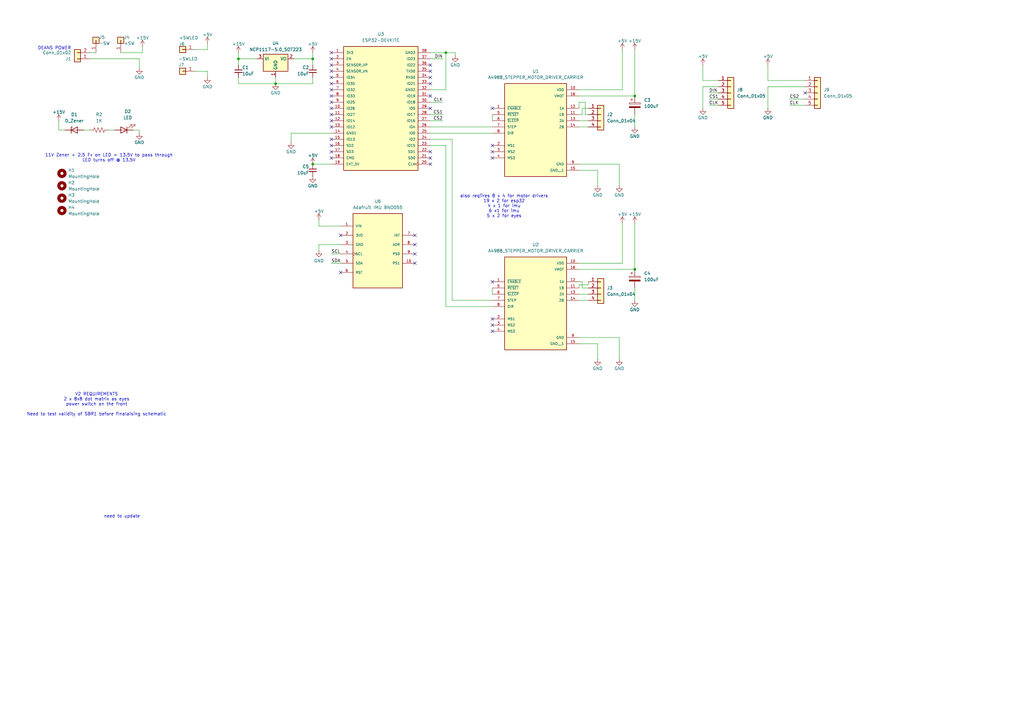
<source format=kicad_sch>
(kicad_sch (version 20231120) (generator "eeschema") (generator_version "8.0")
  (paper "A3")
  (lib_symbols
    (symbol "A4988_STEPPER_MOTOR_DRIVER_CARRIER:A4988_STEPPER_MOTOR_DRIVER_CARRIER" (pin_names (offset 1.016))
      (property "Reference" "U" (at -12.7 19.05 0))
      (property "Value" "A4988_STEPPER_MOTOR_DRIVER_CARRIER" (at -12.7 -24.13 0))
      (symbol "A4988_STEPPER_MOTOR_DRIVER_CARRIER_0_0"
        (rectangle (start -12.7 -20.32) (end 12.7 17.78) (stroke (width 0.254)) (fill (type background)))
        (pin input line (at -17.78 7.62 0) (length 5.08) (name "~{ENABLE}") (number "1"))
        (pin power_in line (at 17.78 15.24 180) (length 5.08) (name "VDD") (number "10"))
        (pin output line (at 17.78 5.08 180) (length 5.08) (name "1B") (number "11"))
        (pin output line (at 17.78 7.62 180) (length 5.08) (name "1A") (number "12"))
        (pin output line (at 17.78 2.54 180) (length 5.08) (name "2A") (number "13"))
        (pin output line (at 17.78 0 180) (length 5.08) (name "2B") (number "14"))
        (pin power_in line (at 17.78 -17.78 180) (length 5.08) (name "GND__1") (number "15"))
        (pin power_in line (at 17.78 12.7 180) (length 5.08) (name "VMOT") (number "16"))
        (pin input line (at -17.78 -7.62 0) (length 5.08) (name "MS1") (number "2"))
        (pin input line (at -17.78 -10.16 0) (length 5.08) (name "MS2") (number "3"))
        (pin input line (at -17.78 -12.7 0) (length 5.08) (name "MS3") (number "4"))
        (pin input line (at -17.78 5.08 0) (length 5.08) (name "~{RESET}") (number "5"))
        (pin input line (at -17.78 2.54 0) (length 5.08) (name "~{SLEEP}") (number "6"))
        (pin input line (at -17.78 0 0) (length 5.08) (name "STEP") (number "7"))
        (pin input line (at -17.78 -2.54 0) (length 5.08) (name "DIR") (number "8"))
        (pin power_in line (at 17.78 -15.24 180) (length 5.08) (name "GND") (number "9"))
      )
    )
    (symbol "Adafruit IMU BNO055:Adafruit IMU BNO055" (pin_names (offset 1.016))
      (property "Reference" "U" (at -10.16 14.732 0))
      (property "Value" "Adafruit IMU BNO055" (at -10.16 -19.05 0))
      (symbol "Adafruit IMU BNO055_0_0"
        (rectangle (start -10.16 13.97) (end 10.16 -16.51) (stroke (width 0.254)) (fill (type background)))
      )
      (symbol "Adafruit IMU BNO055_1_0"
        (pin input line (at -15.24 8.89 0) (length 5.08) (name "VIN") (number "1"))
        (pin bidirectional line (at 15.24 -6.35 180) (length 5.08) (name "PS1") (number "10"))
        (pin output line (at -15.24 5.08 0) (length 5.08) (name "3VO") (number "2"))
        (pin power_in line (at -15.24 1.27 0) (length 5.08) (name "GND") (number "3"))
        (pin bidirectional clock (at -15.24 -2.54 0) (length 5.08) (name "SCL") (number "4"))
        (pin bidirectional line (at -15.24 -6.35 0) (length 5.08) (name "SDA") (number "5"))
        (pin input line (at -15.24 -10.16 0) (length 5.08) (name "RST") (number "6"))
        (pin output line (at 15.24 5.08 180) (length 5.08) (name "INT") (number "7"))
        (pin bidirectional line (at 15.24 1.27 180) (length 5.08) (name "ADR") (number "8"))
        (pin output line (at 15.24 -2.54 180) (length 5.08) (name "PS0") (number "9"))
      )
    )
    (symbol "Connector_Generic:Conn_01x02" (pin_names (offset 1.016) hide)
      (property "Reference" "J" (at 0 2.54 0))
      (property "Value" "Conn_01x02" (at 0 -5.08 0))
      (symbol "Conn_01x02_1_1"
        (rectangle (start -1.27 -2.413) (end 0 -2.667) (stroke (width 0.1524)))
        (rectangle (start -1.27 0.127) (end 0 -0.127) (stroke (width 0.1524)))
        (rectangle (start -1.27 1.27) (end 1.27 -3.81) (stroke (width 0.254)) (fill (type background)))
        (pin passive line (at -5.08 0 0) (length 3.81) (name "Pin_1") (number "1"))
        (pin passive line (at -5.08 -2.54 0) (length 3.81) (name "Pin_2") (number "2"))
      )
    )
    (symbol "Connector_Generic:Conn_01x04" (pin_names (offset 1.016) hide)
      (property "Reference" "J" (at 0 5.08 0))
      (property "Value" "Conn_01x04" (at 0 -7.62 0))
      (symbol "Conn_01x04_1_1"
        (rectangle (start -1.27 -4.953) (end 0 -5.207) (stroke (width 0.1524)))
        (rectangle (start -1.27 -2.413) (end 0 -2.667) (stroke (width 0.1524)))
        (rectangle (start -1.27 0.127) (end 0 -0.127) (stroke (width 0.1524)))
        (rectangle (start -1.27 2.667) (end 0 2.413) (stroke (width 0.1524)))
        (rectangle (start -1.27 3.81) (end 1.27 -6.35) (stroke (width 0.254)) (fill (type background)))
        (pin passive line (at -5.08 2.54 0) (length 3.81) (name "Pin_1") (number "1"))
        (pin passive line (at -5.08 0 0) (length 3.81) (name "Pin_2") (number "2"))
        (pin passive line (at -5.08 -2.54 0) (length 3.81) (name "Pin_3") (number "3"))
        (pin passive line (at -5.08 -5.08 0) (length 3.81) (name "Pin_4") (number "4"))
      )
    )
    (symbol "Connector_Generic:Conn_01x05" (pin_names (offset 1.016) hide)
      (property "Reference" "J" (at 0 7.62 0))
      (property "Value" "Conn_01x05" (at 0 -7.62 0))
      (symbol "Conn_01x05_1_1"
        (rectangle (start -1.27 -4.953) (end 0 -5.207) (stroke (width 0.1524)))
        (rectangle (start -1.27 -2.413) (end 0 -2.667) (stroke (width 0.1524)))
        (rectangle (start -1.27 0.127) (end 0 -0.127) (stroke (width 0.1524)))
        (rectangle (start -1.27 2.667) (end 0 2.413) (stroke (width 0.1524)))
        (rectangle (start -1.27 5.207) (end 0 4.953) (stroke (width 0.1524)))
        (rectangle (start -1.27 6.35) (end 1.27 -6.35) (stroke (width 0.254)) (fill (type background)))
        (pin passive line (at -5.08 5.08 0) (length 3.81) (name "Pin_1") (number "1"))
        (pin passive line (at -5.08 2.54 0) (length 3.81) (name "Pin_2") (number "2"))
        (pin passive line (at -5.08 0 0) (length 3.81) (name "Pin_3") (number "3"))
        (pin passive line (at -5.08 -2.54 0) (length 3.81) (name "Pin_4") (number "4"))
        (pin passive line (at -5.08 -5.08 0) (length 3.81) (name "Pin_5") (number "5"))
      )
    )
    (symbol "Device:C_Polarized" (pin_numbers hide) (pin_names (offset 0.254))
      (property "Reference" "C" (at 0.635 2.54 0))
      (property "Value" "C_Polarized" (at 0.635 -2.54 0))
      (symbol "C_Polarized_0_1"
        (rectangle (start -2.286 0.508) (end 2.286 1.016))
        (polyline (pts (xy -1.778 2.286) (xy -0.762 2.286)))
        (polyline (pts (xy -1.27 2.794) (xy -1.27 1.778)))
        (rectangle (start 2.286 -0.508) (end -2.286 -1.016) (fill (type outline)))
      )
      (symbol "C_Polarized_1_1"
        (pin passive line (at 0 3.81 270) (length 2.794) (name "~") (number "1"))
        (pin passive line (at 0 -3.81 90) (length 2.794) (name "~") (number "2"))
      )
    )
    (symbol "Device:C_Small" (pin_numbers hide) (pin_names (offset 0.254) hide)
      (property "Reference" "C" (at 0.254 1.778 0))
      (property "Value" "C_Small" (at 0.254 -2.032 0))
      (symbol "C_Small_0_1"
        (polyline (pts (xy -1.524 -0.508) (xy 1.524 -0.508)) (stroke (width 0.3302)))
        (polyline (pts (xy -1.524 0.508) (xy 1.524 0.508)) (stroke (width 0.3048)))
      )
      (symbol "C_Small_1_1"
        (pin passive line (at 0 2.54 270) (length 2.032) (name "~") (number "1"))
        (pin passive line (at 0 -2.54 90) (length 2.032) (name "~") (number "2"))
      )
    )
    (symbol "Device:D_Zener" (pin_numbers hide) (pin_names (offset 1.016) hide)
      (property "Reference" "D" (at 0 2.54 0))
      (property "Value" "D_Zener" (at 0 -2.54 0))
      (symbol "D_Zener_0_1"
        (polyline (pts (xy 1.27 0) (xy -1.27 0)))
        (polyline (pts (xy -1.27 -1.27) (xy -1.27 1.27) (xy -0.762 1.27)) (stroke (width 0.254)))
        (polyline (pts (xy 1.27 -1.27) (xy 1.27 1.27) (xy -1.27 0) (xy 1.27 -1.27)) (stroke (width 0.254)))
      )
      (symbol "D_Zener_1_1"
        (pin passive line (at -3.81 0 0) (length 2.54) (name "K") (number "1"))
        (pin passive line (at 3.81 0 180) (length 2.54) (name "A") (number "2"))
      )
    )
    (symbol "Device:LED" (pin_numbers hide) (pin_names (offset 1.016) hide)
      (property "Reference" "D" (at 0 2.54 0))
      (property "Value" "LED" (at 0 -2.54 0))
      (symbol "LED_0_1"
        (polyline (pts (xy -1.27 -1.27) (xy -1.27 1.27)) (stroke (width 0.254)))
        (polyline (pts (xy -1.27 0) (xy 1.27 0)))
        (polyline (pts (xy 1.27 -1.27) (xy 1.27 1.27) (xy -1.27 0) (xy 1.27 -1.27)) (stroke (width 0.254)))
        (polyline (pts (xy -3.048 -0.762) (xy -4.572 -2.286) (xy -3.81 -2.286) (xy -4.572 -2.286) (xy -4.572 -1.524)))
        (polyline (pts (xy -1.778 -0.762) (xy -3.302 -2.286) (xy -2.54 -2.286) (xy -3.302 -2.286) (xy -3.302 -1.524)))
      )
      (symbol "LED_1_1"
        (pin passive line (at -3.81 0 0) (length 2.54) (name "K") (number "1"))
        (pin passive line (at 3.81 0 180) (length 2.54) (name "A") (number "2"))
      )
    )
    (symbol "Device:R_US" (pin_numbers hide) (pin_names (offset 0))
      (property "Reference" "R" (at 2.54 0 90))
      (property "Value" "R_US" (at -2.54 0 90))
      (symbol "R_US_0_1"
        (polyline (pts (xy 0 -2.286) (xy 0 -2.54)))
        (polyline (pts (xy 0 2.286) (xy 0 2.54)))
        (polyline (pts (xy 0 -0.762) (xy 1.016 -1.143) (xy 0 -1.524) (xy -1.016 -1.905) (xy 0 -2.286)))
        (polyline (pts (xy 0 0.762) (xy 1.016 0.381) (xy 0 0) (xy -1.016 -0.381) (xy 0 -0.762)))
        (polyline (pts (xy 0 2.286) (xy 1.016 1.905) (xy 0 1.524) (xy -1.016 1.143) (xy 0 0.762)))
      )
      (symbol "R_US_1_1"
        (pin passive line (at 0 3.81 270) (length 1.27) (name "~") (number "1"))
        (pin passive line (at 0 -3.81 90) (length 1.27) (name "~") (number "2"))
      )
    )
    (symbol "ESP32-DEVKITC:ESP32-DEVKITC" (pin_names (offset 1.016))
      (property "Reference" "U" (at -15.2572 26.0643 0))
      (property "Value" "ESP32-DEVKITC" (at -15.2563 -27.9698 0))
      (symbol "ESP32-DEVKITC_0_0"
        (rectangle (start -15.24 -25.4) (end 15.24 25.4) (stroke (width 0.254)) (fill (type background)))
        (pin power_in line (at -20.32 22.86 0) (length 5.08) (name "3V3") (number "1"))
        (pin bidirectional line (at -20.32 0 0) (length 5.08) (name "IO26") (number "10"))
        (pin bidirectional line (at -20.32 -2.54 0) (length 5.08) (name "IO27") (number "11"))
        (pin bidirectional line (at -20.32 -5.08 0) (length 5.08) (name "IO14") (number "12"))
        (pin bidirectional line (at -20.32 -7.62 0) (length 5.08) (name "IO12") (number "13"))
        (pin power_in line (at -20.32 -10.16 0) (length 5.08) (name "GND1") (number "14"))
        (pin bidirectional line (at -20.32 -12.7 0) (length 5.08) (name "IO13") (number "15"))
        (pin bidirectional line (at -20.32 -15.24 0) (length 5.08) (name "SD2") (number "16"))
        (pin bidirectional line (at -20.32 -17.78 0) (length 5.08) (name "SD3") (number "17"))
        (pin bidirectional line (at -20.32 -20.32 0) (length 5.08) (name "CMD") (number "18"))
        (pin power_in line (at -20.32 -22.86 0) (length 5.08) (name "EXT_5V") (number "19"))
        (pin input line (at -20.32 20.32 0) (length 5.08) (name "EN") (number "2"))
        (pin input clock (at 20.32 -22.86 180) (length 5.08) (name "CLK") (number "20"))
        (pin bidirectional line (at 20.32 -20.32 180) (length 5.08) (name "SD0") (number "21"))
        (pin bidirectional line (at 20.32 -17.78 180) (length 5.08) (name "SD1") (number "22"))
        (pin bidirectional line (at 20.32 -15.24 180) (length 5.08) (name "IO15") (number "23"))
        (pin bidirectional line (at 20.32 -12.7 180) (length 5.08) (name "IO2") (number "24"))
        (pin bidirectional line (at 20.32 -10.16 180) (length 5.08) (name "IO0") (number "25"))
        (pin bidirectional line (at 20.32 -7.62 180) (length 5.08) (name "IO4") (number "26"))
        (pin bidirectional line (at 20.32 -5.08 180) (length 5.08) (name "IO16") (number "27"))
        (pin bidirectional line (at 20.32 -2.54 180) (length 5.08) (name "IO17") (number "28"))
        (pin bidirectional line (at 20.32 0 180) (length 5.08) (name "IO5") (number "29"))
        (pin input line (at -20.32 17.78 0) (length 5.08) (name "SENSOR_VP") (number "3"))
        (pin bidirectional line (at 20.32 2.54 180) (length 5.08) (name "IO18") (number "30"))
        (pin bidirectional line (at 20.32 5.08 180) (length 5.08) (name "IO19") (number "31"))
        (pin power_in line (at 20.32 7.62 180) (length 5.08) (name "GND2") (number "32"))
        (pin bidirectional line (at 20.32 10.16 180) (length 5.08) (name "IO21") (number "33"))
        (pin input line (at 20.32 12.7 180) (length 5.08) (name "RXD0") (number "34"))
        (pin output line (at 20.32 15.24 180) (length 5.08) (name "TXD0") (number "35"))
        (pin bidirectional line (at 20.32 17.78 180) (length 5.08) (name "IO22") (number "36"))
        (pin bidirectional line (at 20.32 20.32 180) (length 5.08) (name "IO23") (number "37"))
        (pin power_in line (at 20.32 22.86 180) (length 5.08) (name "GND3") (number "38"))
        (pin input line (at -20.32 15.24 0) (length 5.08) (name "SENSOR_VN") (number "4"))
        (pin bidirectional line (at -20.32 12.7 0) (length 5.08) (name "IO34") (number "5"))
        (pin bidirectional line (at -20.32 10.16 0) (length 5.08) (name "IO35") (number "6"))
        (pin bidirectional line (at -20.32 7.62 0) (length 5.08) (name "IO32") (number "7"))
        (pin bidirectional line (at -20.32 5.08 0) (length 5.08) (name "IO33") (number "8"))
        (pin bidirectional line (at -20.32 2.54 0) (length 5.08) (name "IO25") (number "9"))
      )
    )
    (symbol "Mechanical:MountingHole" (pin_names (offset 1.016)) (exclude_from_sim yes) (in_bom no)
      (property "Reference" "H" (at 0 5.08 0))
      (property "Value" "MountingHole" (at 0 3.175 0))
      (symbol "MountingHole_0_1"
        (circle (center 0 0) (radius 1.27) (stroke (width 1.27)))
      )
    )
    (symbol "Regulator_Linear:NCP1117-5.0_SOT223"
      (property "Reference" "U" (at -3.81 3.175 0))
      (property "Value" "NCP1117-5.0_SOT223" (at 0 3.175 0))
      (symbol "NCP1117-5.0_SOT223_0_1"
        (rectangle (start -5.08 -5.08) (end 5.08 1.905) (stroke (width 0.254)) (fill (type background)))
      )
      (symbol "NCP1117-5.0_SOT223_1_1"
        (pin power_in line (at 0 -7.62 90) (length 2.54) (name "GND") (number "1"))
        (pin power_out line (at 7.62 0 180) (length 2.54) (name "VO") (number "2"))
        (pin power_in line (at -7.62 0 0) (length 2.54) (name "VI") (number "3"))
      )
    )
    (symbol "SparkFun-Connector:Conn_01x01" (pin_names (offset 1.016) hide)
      (property "Reference" "J" (at 0 2.54 0))
      (property "Value" "Conn_01x01" (at 0 -2.54 0))
      (symbol "Conn_01x01_1_1"
        (rectangle (start -1.27 0.127) (end 0 -0.127) (stroke (width 0.1524)))
        (rectangle (start -1.27 1.27) (end 1.27 -1.27) (stroke (width 0.254)) (fill (type background)))
        (pin passive line (at -5.08 0 0) (length 3.81) (name "Pin_1") (number "1"))
      )
    )
    (symbol "power:+15V" (power) (pin_numbers hide) (pin_names (offset 0) hide)
      (property "Value" "+15V" (at 0 3.556 0))
      (symbol "+15V_0_1"
        (polyline (pts (xy -0.762 1.27) (xy 0 2.54)))
        (polyline (pts (xy 0 0) (xy 0 2.54)))
        (polyline (pts (xy 0 2.54) (xy 0.762 1.27)))
      )
      (symbol "+15V_1_1"
        (pin power_in line (at 0 0 90) (length 0) (name "~") (number "1"))
      )
    )
    (symbol "power:+5V" (power) (pin_numbers hide) (pin_names (offset 0) hide)
      (property "Value" "+5V" (at 0 3.556 0))
      (symbol "+5V_0_1"
        (polyline (pts (xy -0.762 1.27) (xy 0 2.54)))
        (polyline (pts (xy 0 0) (xy 0 2.54)))
        (polyline (pts (xy 0 2.54) (xy 0.762 1.27)))
      )
      (symbol "+5V_1_1"
        (pin power_in line (at 0 0 90) (length 0) (name "~") (number "1"))
      )
    )
    (symbol "power:GND" (power) (pin_numbers hide) (pin_names (offset 0) hide)
      (property "Value" "GND" (at 0 -3.81 0))
      (symbol "GND_0_1"
        (polyline (pts (xy 0 0) (xy 0 -1.27) (xy 1.27 -1.27) (xy 0 -2.54) (xy -1.27 -1.27) (xy 0 -1.27)))
      )
      (symbol "GND_1_1"
        (pin power_in line (at 0 0 270) (length 0) (name "~") (number "1"))
      )
    )
  )
  (junction (at 260.35 110.49))
  (junction (at 97.79 24.13))
  (junction (at 128.27 67.31))
  (junction (at 113.03 34.29))
  (junction (at 182.88 21.59))
  (junction (at 128.27 24.13))
  (junction (at 260.35 39.37))
  (no_connect (at 135.89 52.07))
  (no_connect (at 135.89 44.45))
  (no_connect (at 330.2 38.1))
  (no_connect (at 135.89 62.23))
  (no_connect (at 135.89 49.53))
  (no_connect (at 135.89 21.59))
  (no_connect (at 176.53 39.37))
  (no_connect (at 201.93 133.35))
  (no_connect (at 170.18 100.33))
  (no_connect (at 176.53 29.21))
  (no_connect (at 176.53 67.31))
  (no_connect (at 135.89 24.13))
  (no_connect (at 135.89 29.21))
  (no_connect (at 135.89 59.69))
  (no_connect (at 176.53 62.23))
  (no_connect (at 135.89 64.77))
  (no_connect (at 170.18 104.14))
  (no_connect (at 135.89 34.29))
  (no_connect (at 135.89 46.99))
  (no_connect (at 176.53 44.45))
  (no_connect (at 201.93 44.45))
  (no_connect (at 176.53 26.67))
  (no_connect (at 176.53 64.77))
  (no_connect (at 135.89 41.91))
  (no_connect (at 139.7 111.76))
  (no_connect (at 201.93 115.57))
  (no_connect (at 135.89 36.83))
  (no_connect (at 139.7 96.52))
  (no_connect (at 135.89 39.37))
  (no_connect (at 135.89 57.15))
  (no_connect (at 201.93 130.81))
  (no_connect (at 170.18 96.52))
  (no_connect (at 135.89 31.75))
  (no_connect (at 201.93 62.23))
  (no_connect (at 176.53 31.75))
  (no_connect (at 135.89 26.67))
  (no_connect (at 176.53 34.29))
  (no_connect (at 201.93 64.77))
  (no_connect (at 201.93 135.89))
  (no_connect (at 170.18 107.95))
  (no_connect (at 201.93 59.69))
  (wire (pts (xy 182.88 125.73) (xy 201.93 125.73)))
  (wire (pts (xy 237.49 118.11) (xy 237.49 116.84)))
  (wire (pts (xy 241.3 116.84) (xy 241.3 115.57)))
  (wire (pts (xy 97.79 34.29) (xy 113.03 34.29)))
  (wire (pts (xy 85.09 29.21) (xy 85.09 31.75)))
  (wire (pts (xy 80.01 29.21) (xy 85.09 29.21)))
  (wire (pts (xy 176.53 52.07) (xy 201.93 52.07)))
  (wire (pts (xy 36.83 24.13) (xy 57.15 24.13)))
  (wire (pts (xy 237.49 110.49) (xy 260.35 110.49)))
  (wire (pts (xy 238.76 44.45) (xy 238.76 46.99)))
  (wire (pts (xy 245.11 69.85) (xy 245.11 76.2)))
  (wire (pts (xy 181.61 46.99) (xy 176.53 46.99)))
  (wire (pts (xy 290.83 40.64) (xy 294.64 40.64)))
  (wire (pts (xy 181.61 24.13) (xy 176.53 24.13)))
  (wire (pts (xy 182.88 21.59) (xy 186.69 21.59)))
  (wire (pts (xy 237.49 39.37) (xy 260.35 39.37)))
  (wire (pts (xy 238.76 46.99) (xy 237.49 46.99)))
  (wire (pts (xy 237.49 41.91) (xy 240.03 41.91)))
  (wire (pts (xy 181.61 41.91) (xy 176.53 41.91)))
  (wire (pts (xy 237.49 140.97) (xy 245.11 140.97)))
  (wire (pts (xy 201.93 118.11) (xy 201.93 120.65)))
  (wire (pts (xy 186.69 21.59) (xy 186.69 22.86)))
  (wire (pts (xy 255.27 107.95) (xy 255.27 91.44)))
  (wire (pts (xy 130.81 100.33) (xy 130.81 102.87)))
  (wire (pts (xy 176.53 21.59) (xy 182.88 21.59)))
  (wire (pts (xy 176.53 36.83) (xy 182.88 36.83)))
  (wire (pts (xy 255.27 36.83) (xy 255.27 20.32)))
  (wire (pts (xy 135.89 104.14) (xy 139.7 104.14)))
  (wire (pts (xy 237.49 44.45) (xy 237.49 41.91)))
  (wire (pts (xy 245.11 140.97) (xy 245.11 147.32)))
  (wire (pts (xy 237.49 116.84) (xy 241.3 116.84)))
  (wire (pts (xy 241.3 118.11) (xy 238.76 118.11)))
  (wire (pts (xy 24.13 49.53) (xy 24.13 53.34)))
  (wire (pts (xy 241.3 44.45) (xy 238.76 44.45)))
  (wire (pts (xy 57.15 53.34) (xy 57.15 54.61)))
  (wire (pts (xy 294.64 33.02) (xy 288.29 33.02)))
  (wire (pts (xy 185.42 57.15) (xy 185.42 123.19)))
  (wire (pts (xy 113.03 34.29) (xy 128.27 34.29)))
  (wire (pts (xy 113.03 34.29) (xy 113.03 31.75)))
  (wire (pts (xy 237.49 107.95) (xy 255.27 107.95)))
  (wire (pts (xy 130.81 90.17) (xy 130.81 92.71)))
  (wire (pts (xy 201.93 46.99) (xy 201.93 49.53)))
  (wire (pts (xy 290.83 43.18) (xy 294.64 43.18)))
  (wire (pts (xy 288.29 35.56) (xy 288.29 44.45)))
  (wire (pts (xy 135.89 54.61) (xy 119.38 54.61)))
  (wire (pts (xy 24.13 53.34) (xy 26.67 53.34)))
  (wire (pts (xy 119.38 54.61) (xy 119.38 58.42)))
  (wire (pts (xy 85.09 17.78) (xy 85.09 20.32)))
  (wire (pts (xy 36.83 21.59) (xy 39.37 21.59)))
  (wire (pts (xy 323.85 43.18) (xy 330.2 43.18)))
  (wire (pts (xy 241.3 123.19) (xy 237.49 123.19)))
  (wire (pts (xy 181.61 49.53) (xy 176.53 49.53)))
  (wire (pts (xy 237.49 138.43) (xy 254 138.43)))
  (wire (pts (xy 128.27 21.59) (xy 128.27 24.13)))
  (wire (pts (xy 97.79 21.59) (xy 97.79 24.13)))
  (wire (pts (xy 135.89 107.95) (xy 139.7 107.95)))
  (wire (pts (xy 241.3 49.53) (xy 237.49 49.53)))
  (wire (pts (xy 240.03 41.91) (xy 240.03 46.99)))
  (wire (pts (xy 323.85 40.64) (xy 330.2 40.64)))
  (wire (pts (xy 238.76 118.11) (xy 238.76 115.57)))
  (wire (pts (xy 254 138.43) (xy 254 147.32)))
  (wire (pts (xy 128.27 67.31) (xy 135.89 67.31)))
  (wire (pts (xy 97.79 26.67) (xy 97.79 24.13)))
  (wire (pts (xy 176.53 59.69) (xy 182.88 59.69)))
  (wire (pts (xy 260.35 123.19) (xy 260.35 118.11)))
  (wire (pts (xy 314.96 26.67) (xy 314.96 33.02)))
  (wire (pts (xy 130.81 92.71) (xy 139.7 92.71)))
  (wire (pts (xy 182.88 59.69) (xy 182.88 125.73)))
  (wire (pts (xy 97.79 24.13) (xy 105.41 24.13)))
  (wire (pts (xy 237.49 69.85) (xy 245.11 69.85)))
  (wire (pts (xy 288.29 26.67) (xy 288.29 33.02)))
  (wire (pts (xy 139.7 100.33) (xy 130.81 100.33)))
  (wire (pts (xy 36.83 53.34) (xy 34.29 53.34)))
  (wire (pts (xy 314.96 35.56) (xy 330.2 35.56)))
  (wire (pts (xy 314.96 33.02) (xy 330.2 33.02)))
  (wire (pts (xy 290.83 38.1) (xy 294.64 38.1)))
  (wire (pts (xy 241.3 52.07) (xy 237.49 52.07)))
  (wire (pts (xy 44.45 53.34) (xy 46.99 53.34)))
  (wire (pts (xy 260.35 52.07) (xy 260.35 46.99)))
  (wire (pts (xy 260.35 91.44) (xy 260.35 110.49)))
  (wire (pts (xy 176.53 54.61) (xy 201.93 54.61)))
  (wire (pts (xy 314.96 35.56) (xy 314.96 44.45)))
  (wire (pts (xy 254 67.31) (xy 254 76.2)))
  (wire (pts (xy 49.53 21.59) (xy 58.42 21.59)))
  (wire (pts (xy 97.79 34.29) (xy 97.79 31.75)))
  (wire (pts (xy 57.15 24.13) (xy 57.15 27.94)))
  (wire (pts (xy 241.3 120.65) (xy 237.49 120.65)))
  (wire (pts (xy 182.88 36.83) (xy 182.88 21.59)))
  (wire (pts (xy 238.76 115.57) (xy 237.49 115.57)))
  (wire (pts (xy 58.42 19.05) (xy 58.42 21.59)))
  (wire (pts (xy 128.27 34.29) (xy 128.27 31.75)))
  (wire (pts (xy 294.64 35.56) (xy 288.29 35.56)))
  (wire (pts (xy 240.03 46.99) (xy 241.3 46.99)))
  (wire (pts (xy 80.01 20.32) (xy 85.09 20.32)))
  (wire (pts (xy 237.49 67.31) (xy 254 67.31)))
  (wire (pts (xy 185.42 123.19) (xy 201.93 123.19)))
  (wire (pts (xy 120.65 24.13) (xy 128.27 24.13)))
  (wire (pts (xy 128.27 26.67) (xy 128.27 24.13)))
  (wire (pts (xy 237.49 36.83) (xy 255.27 36.83)))
  (wire (pts (xy 176.53 57.15) (xy 185.42 57.15)))
  (wire (pts (xy 260.35 20.32) (xy 260.35 39.37)))
  (wire (pts (xy 54.61 53.34) (xy 57.15 53.34)))
  (text "also reqiires 8 x 4 for motor drivers\n19 x 2 for esp32\n4 x 1 for imu\n6 x1 for imu\n5 x 2 for eyes" (at 206.756 84.582 0) (effects (font (size 1.27 1.27))))
  (text "V2 REQUIREMENTS\n2 x 8x8 dot matrix as eyes\npower switch on the front\n\nNeed to test validity of SBR1 before finalaising schematic" (at 39.624 165.862 0) (effects (font (size 1.27 1.27))))
  (text "11V Zener + 2.5 Fv on LED = 13.5V to pass through\nLED turns off @ 13.5V" (at 44.704 64.77 0) (effects (font (size 1.27 1.27))))
  (text "DEANS POWER" (at 22.352 19.812 0) (effects (font (size 1.27 1.27))))
  (text "need to update" (at 50.038 211.836 0) (effects (font (size 1.27 1.27))))
  (label "SDA" (at 135.89 107.95 0))
  (label "CLK" (at 323.85 43.18 0))
  (label "DIN" (at 181.61 24.13 180))
  (label "CS2" (at 323.85 40.64 0))
  (label "SCL" (at 135.89 104.14 0))
  (label "CS1" (at 290.83 40.64 0))
  (label "CS2" (at 181.61 49.53 180))
  (label "CLK" (at 181.61 41.91 180))
  (label "CS1" (at 181.61 46.99 180))
  (label "CLK" (at 290.83 43.18 0))
  (label "DIN" (at 290.83 38.1 0))
  (symbol (lib_id "SparkFun-Connector:Conn_01x01") (at 74.93 29.21 180) (unit 1)
    (property "Reference" "J7" (at 73.152 26.67 0) (effects (justify right)))
    (property "Value" "-SWLED" (at 73.152 24.13 0) (effects (justify right)))
    (property "Footprint" "SparkFun-Connector:1x01" (effects (hide yes)))
    (property "Description" "Generic connector, single row, 01x01, script generated (kicad-library-utils/schlib/autogen/connector/)" (effects (hide yes)))
  )
  (symbol (lib_id "power:+5V") (at 130.81 90.17 0) (unit 1)
    (property "Reference" "#PWR022" (effects (hide yes)))
    (property "Value" "+5V" (at 130.81 86.614 0))
    (property "Description" "Power symbol creates a global label with name \"+5V\"" (effects (hide yes)))
  )
  (symbol (lib_id "power:+5V") (at 85.09 17.78 0) (unit 1)
    (property "Reference" "#PWR027" (effects (hide yes)))
    (property "Value" "+5V" (at 85.09 14.224 0))
    (property "Description" "Power symbol creates a global label with name \"+5V\"" (effects (hide yes)))
  )
  (symbol (lib_id "power:+5V") (at 288.29 26.67 0) (unit 1)
    (property "Reference" "#PWR026" (effects (hide yes)))
    (property "Value" "+5V" (at 288.29 23.114 0))
    (property "Description" "Power symbol creates a global label with name \"+5V\"" (effects (hide yes)))
  )
  (symbol (lib_id "Mechanical:MountingHole") (at 25.4 71.12 0) (unit 1) (exclude_from_sim yes) (in_bom no)
    (property "Reference" "H1" (at 27.94 69.8499 0) (effects (justify left)))
    (property "Value" "MountingHole" (at 27.94 72.3899 0) (effects (justify left)))
    (property "Footprint" "MountingHole:MountingHole_3.2mm_M3" (effects (hide yes)))
    (property "Description" "Mounting Hole without connection" (effects (hide yes)))
  )
  (symbol (lib_id "power:GND") (at 85.09 31.75 0) (unit 1)
    (property "Reference" "#PWR023" (effects (hide yes)))
    (property "Value" "GND" (at 85.09 35.56 0))
    (property "Description" "Power symbol creates a global label with name \"GND\" , ground" (effects (hide yes)))
  )
  (symbol (lib_id "power:GND") (at 245.11 76.2 0) (unit 1)
    (property "Reference" "#PWR010" (effects (hide yes)))
    (property "Value" "GND" (at 245.11 80.01 0))
    (property "Description" "Power symbol creates a global label with name \"GND\" , ground" (effects (hide yes)))
  )
  (symbol (lib_id "SparkFun-Connector:Conn_01x01") (at 39.37 16.51 90) (unit 1)
    (property "Reference" "J5" (at 40.64 15.24 90) (effects (justify right)))
    (property "Value" "-SW" (at 40.64 17.78 90) (effects (justify right)))
    (property "Footprint" "SparkFun-Connector:1x01" (effects (hide yes)))
    (property "Description" "Generic connector, single row, 01x01, script generated (kicad-library-utils/schlib/autogen/connector/)" (effects (hide yes)))
  )
  (symbol (lib_id "power:GND") (at 113.03 34.29 0) (unit 1)
    (property "Reference" "#PWR05" (effects (hide yes)))
    (property "Value" "GND" (at 113.03 38.1 0))
    (property "Description" "Power symbol creates a global label with name \"GND\" , ground" (effects (hide yes)))
  )
  (symbol (lib_id "Connector_Generic:Conn_01x04") (at 246.38 118.11 0) (unit 1)
    (property "Reference" "J3" (at 248.92 118.1099 0) (effects (justify left)))
    (property "Value" "Conn_01x04" (at 248.92 120.6499 0) (effects (justify left)))
    (property "Footprint" "Connector_JST:JST_XH_B4B-XH-AM_1x04_P2.50mm_Vertical" (effects (hide yes)))
    (property "Description" "Generic connector, single row, 01x04, script generated (kicad-library-utils/schlib/autogen/connector/)" (effects (hide yes)))
  )
  (symbol (lib_id "power:GND") (at 254 147.32 0) (unit 1)
    (property "Reference" "#PWR016" (effects (hide yes)))
    (property "Value" "GND" (at 254 151.13 0))
    (property "Description" "Power symbol creates a global label with name \"GND\" , ground" (effects (hide yes)))
  )
  (symbol (lib_id "A4988_STEPPER_MOTOR_DRIVER_CARRIER:A4988_STEPPER_MOTOR_DRIVER_CARRIER") (at 219.71 52.07 0) (unit 1)
    (property "Reference" "U1" (at 219.71 29.21 0))
    (property "Value" "A4988_STEPPER_MOTOR_DRIVER_CARRIER" (at 219.71 31.75 0))
    (property "Footprint" "A4988_STEPPER_MOTOR_DRIVER_CARRIER:MODULE_A4988_STEPPER_MOTOR_DRIVER_CARRIER" (effects (hide yes)))
    (property "MF" "Pololu" (effects (hide yes)))
    (property "DESCRIPTION" "Stepper motor controler; IC: A4988; 1A; Uin mot: 8÷35V" (effects (hide yes)))
    (property "PACKAGE" "None" (effects (hide yes)))
    (property "PRICE" "None" (effects (hide yes)))
    (property "Package" "None" (effects (hide yes)))
    (property "Check_prices" "https://www.snapeda.com/parts/A4988%20STEPPER%20MOTOR%20DRIVER%20CARRIER/Pololu/view-part/?ref=eda" (effects (hide yes)))
    (property "Price" "None" (effects (hide yes)))
    (property "SnapEDA_Link" "https://www.snapeda.com/parts/A4988%20STEPPER%20MOTOR%20DRIVER%20CARRIER/Pololu/view-part/?ref=snap" (effects (hide yes)))
    (property "MP" "A4988 STEPPER MOTOR DRIVER CARRIER" (effects (hide yes)))
    (property "Availability" "Not in stock" (effects (hide yes)))
    (property "AVAILABILITY" "Unavailable" (effects (hide yes)))
    (property "Description_1" "\nStepper Motor Driver\n" (effects (hide yes)))
  )
  (symbol (lib_id "Mechanical:MountingHole") (at 25.4 81.28 0) (unit 1) (exclude_from_sim yes) (in_bom no)
    (property "Reference" "H3" (at 27.94 80.0099 0) (effects (justify left)))
    (property "Value" "MountingHole" (at 27.94 82.5499 0) (effects (justify left)))
    (property "Footprint" "MountingHole:MountingHole_3.2mm_M3" (effects (hide yes)))
    (property "Description" "Mounting Hole without connection" (effects (hide yes)))
  )
  (symbol (lib_id "power:GND") (at 130.81 102.87 0) (unit 1)
    (property "Reference" "#PWR021" (effects (hide yes)))
    (property "Value" "GND" (at 130.81 106.934 0))
    (property "Description" "Power symbol creates a global label with name \"GND\" , ground" (effects (hide yes)))
  )
  (symbol (lib_id "power:GND") (at 57.15 27.94 0) (unit 1)
    (property "Reference" "#PWR03" (effects (hide yes)))
    (property "Value" "GND" (at 57.15 31.75 0))
    (property "Description" "Power symbol creates a global label with name \"GND\" , ground" (effects (hide yes)))
  )
  (symbol (lib_id "power:+15V") (at 260.35 20.32 0) (mirror y) (unit 1)
    (property "Reference" "#PWR013" (effects (hide yes)))
    (property "Value" "+15V" (at 260.35 16.764 0))
    (property "Description" "Power symbol creates a global label with name \"+15V\"" (effects (hide yes)))
  )
  (symbol (lib_id "power:+5V") (at 128.27 21.59 0) (unit 1)
    (property "Reference" "#PWR07" (effects (hide yes)))
    (property "Value" "+5V" (at 128.27 18.034 0))
    (property "Description" "Power symbol creates a global label with name \"+5V\"" (effects (hide yes)))
  )
  (symbol (lib_id "Device:LED") (at 50.8 53.34 180) (unit 1)
    (property "Reference" "D2" (at 52.3875 45.72 0))
    (property "Value" "LED" (at 52.3875 48.26 0))
    (property "Footprint" "LED_THT:LED_D5.0mm" (effects (hide yes)))
    (property "Description" "Light emitting diode" (effects (hide yes)))
  )
  (symbol (lib_id "Regulator_Linear:NCP1117-5.0_SOT223") (at 113.03 24.13 0) (unit 1)
    (property "Reference" "U4" (at 113.03 17.78 0))
    (property "Value" "NCP1117-5.0_SOT223" (at 113.03 20.32 0))
    (property "Footprint" "Package_TO_SOT_SMD:SOT-223-3_TabPin2" (effects (hide yes)))
    (property "Datasheet" "http://www.onsemi.com/pub_link/Collateral/NCP1117-D.PDF" (effects (hide yes)))
    (property "Description" "1A Low drop-out regulator, Fixed Output 5V, SOT-223" (effects (hide yes)))
  )
  (symbol (lib_id "Device:D_Zener") (at 30.48 53.34 0) (unit 1)
    (property "Reference" "D1" (at 30.48 46.99 0))
    (property "Value" "D_Zener" (at 30.48 49.53 0))
    (property "Footprint" "Diode_THT:D_DO-35_SOD27_P10.16mm_Horizontal" (effects (hide yes)))
    (property "Description" "Zener diode" (effects (hide yes)))
  )
  (symbol (lib_id "power:GND") (at 254 76.2 0) (unit 1)
    (property "Reference" "#PWR011" (effects (hide yes)))
    (property "Value" "GND" (at 254 80.01 0))
    (property "Description" "Power symbol creates a global label with name \"GND\" , ground" (effects (hide yes)))
  )
  (symbol (lib_id "power:+5V") (at 255.27 20.32 0) (unit 1)
    (property "Reference" "#PWR014" (effects (hide yes)))
    (property "Value" "+5V" (at 255.27 16.764 0))
    (property "Description" "Power symbol creates a global label with name \"+5V\"" (effects (hide yes)))
  )
  (symbol (lib_id "Connector_Generic:Conn_01x05") (at 299.72 38.1 0) (unit 1)
    (property "Reference" "J8" (at 302.26 36.8299 0) (effects (justify left)))
    (property "Value" "Conn_01x05" (at 302.26 39.3699 0) (effects (justify left)))
    (property "Footprint" "Connector_PinSocket_2.54mm:PinSocket_1x05_P2.54mm_Vertical" (effects (hide yes)))
    (property "Description" "Generic connector, single row, 01x05, script generated (kicad-library-utils/schlib/autogen/connector/)" (effects (hide yes)))
  )
  (symbol (lib_id "ESP32-DEVKITC:ESP32-DEVKITC") (at 156.21 44.45 0) (unit 1)
    (property "Reference" "U3" (at 156.21 13.97 0))
    (property "Value" "ESP32-DEVKITC" (at 156.21 16.51 0))
    (property "Footprint" "ESP32-DEVKITC:MODULE_ESP32-DEVKITC" (effects (hide yes)))
    (property "SnapEDA_Link" "https://www.snapeda.com/parts/ESP32-DEVKITC/Espressif+Systems/view-part/?ref=snap" (effects (hide yes)))
    (property "Description_1" "\nESP32-WROOM-32UE series Transceiver; 802.11 b/g/n (Wi-Fi, WiFi, WLAN), Bluetooth ® Smart Ready 4.x Dual Mode Evaluation Board\n" (effects (hide yes)))
    (property "Package" "None" (effects (hide yes)))
    (property "Check_prices" "https://www.snapeda.com/parts/ESP32-DEVKITC/Espressif+Systems/view-part/?ref=eda" (effects (hide yes)))
    (property "STANDARD" "Manufacturer Recommendations" (effects (hide yes)))
    (property "PARTREV" "N/A" (effects (hide yes)))
    (property "MF" "Espressif Systems" (effects (hide yes)))
    (property "MP" "ESP32-DEVKITC" (effects (hide yes)))
    (property "MANUFACTURER" "ESPRESSIF" (effects (hide yes)))
  )
  (symbol (lib_id "Device:C_Small") (at 97.79 29.21 0) (unit 1)
    (property "Reference" "C1" (at 99.314 27.686 0) (effects (justify left)))
    (property "Value" "10uF" (at 99.314 30.226 0) (effects (justify left)))
    (property "Footprint" "Capacitor_SMD:C_0805_2012Metric" (effects (hide yes)))
    (property "Description" "Unpolarized capacitor, small symbol" (effects (hide yes)))
  )
  (symbol (lib_id "power:+15V") (at 97.79 21.59 0) (mirror y) (unit 1)
    (property "Reference" "#PWR04" (effects (hide yes)))
    (property "Value" "+15V" (at 97.79 18.034 0))
    (property "Description" "Power symbol creates a global label with name \"+15V\"" (effects (hide yes)))
  )
  (symbol (lib_id "Device:C_Small") (at 128.27 69.85 0) (mirror y) (unit 1)
    (property "Reference" "C5" (at 126.746 68.326 0) (effects (justify left)))
    (property "Value" "10uF" (at 126.746 70.866 0) (effects (justify left)))
    (property "Footprint" "Capacitor_SMD:C_0805_2012Metric" (effects (hide yes)))
    (property "Description" "Unpolarized capacitor, small symbol" (effects (hide yes)))
  )
  (symbol (lib_id "Device:C_Small") (at 128.27 29.21 0) (mirror y) (unit 1)
    (property "Reference" "C2" (at 126.746 27.686 0) (effects (justify left)))
    (property "Value" "10uF" (at 126.746 30.226 0) (effects (justify left)))
    (property "Footprint" "Capacitor_SMD:C_0805_2012Metric" (effects (hide yes)))
    (property "Description" "Unpolarized capacitor, small symbol" (effects (hide yes)))
  )
  (symbol (lib_id "power:+5V") (at 255.27 91.44 0) (unit 1)
    (property "Reference" "#PWR017" (effects (hide yes)))
    (property "Value" "+5V" (at 255.27 87.884 0))
    (property "Description" "Power symbol creates a global label with name \"+5V\"" (effects (hide yes)))
  )
  (symbol (lib_id "Connector_Generic:Conn_01x04") (at 246.38 46.99 0) (unit 1)
    (property "Reference" "J2" (at 248.92 46.9899 0) (effects (justify left)))
    (property "Value" "Conn_01x04" (at 248.92 49.5299 0) (effects (justify left)))
    (property "Footprint" "Connector_JST:JST_XH_B4B-XH-AM_1x04_P2.50mm_Vertical" (effects (hide yes)))
    (property "Description" "Generic connector, single row, 01x04, script generated (kicad-library-utils/schlib/autogen/connector/)" (effects (hide yes)))
  )
  (symbol (lib_id "power:GND") (at 314.96 44.45 0) (unit 1)
    (property "Reference" "#PWR029" (effects (hide yes)))
    (property "Value" "GND" (at 314.96 48.26 0))
    (property "Description" "Power symbol creates a global label with name \"GND\" , ground" (effects (hide yes)))
  )
  (symbol (lib_id "power:+15V") (at 24.13 49.53 0) (mirror y) (unit 1)
    (property "Reference" "#PWR024" (effects (hide yes)))
    (property "Value" "+15V" (at 24.13 45.974 0))
    (property "Description" "Power symbol creates a global label with name \"+15V\"" (effects (hide yes)))
  )
  (symbol (lib_id "SparkFun-Connector:Conn_01x01") (at 74.93 20.32 180) (unit 1)
    (property "Reference" "J6" (at 73.406 18.034 0) (effects (justify right)))
    (property "Value" "+SWLED" (at 73.406 15.494 0) (effects (justify right)))
    (property "Footprint" "SparkFun-Connector:1x01" (effects (hide yes)))
    (property "Description" "Generic connector, single row, 01x01, script generated (kicad-library-utils/schlib/autogen/connector/)" (effects (hide yes)))
  )
  (symbol (lib_id "power:GND") (at 260.35 52.07 0) (unit 1)
    (property "Reference" "#PWR012" (effects (hide yes)))
    (property "Value" "GND" (at 260.35 55.88 0))
    (property "Description" "Power symbol creates a global label with name \"GND\" , ground" (effects (hide yes)))
  )
  (symbol (lib_id "power:GND") (at 128.27 72.39 0) (unit 1)
    (property "Reference" "#PWR020" (effects (hide yes)))
    (property "Value" "GND" (at 128.27 76.2 0))
    (property "Description" "Power symbol creates a global label with name \"GND\" , ground" (effects (hide yes)))
  )
  (symbol (lib_id "Connector_Generic:Conn_01x02") (at 31.75 24.13 180) (unit 1)
    (property "Reference" "J1" (at 29.21 24.1301 0) (effects (justify left)))
    (property "Value" "Conn_01x02" (at 29.21 21.5901 0) (effects (justify left)))
    (property "Footprint" "Connector_AMASS:AMASS_XT30U-M_1x02_P5.0mm_Vertical" (effects (hide yes)))
    (property "Description" "Generic connector, single row, 01x02, script generated (kicad-library-utils/schlib/autogen/connector/)" (effects (hide yes)))
  )
  (symbol (lib_id "A4988_STEPPER_MOTOR_DRIVER_CARRIER:A4988_STEPPER_MOTOR_DRIVER_CARRIER") (at 219.71 123.19 0) (unit 1)
    (property "Reference" "U2" (at 219.71 100.33 0))
    (property "Value" "A4988_STEPPER_MOTOR_DRIVER_CARRIER" (at 219.71 102.87 0))
    (property "Footprint" "A4988_STEPPER_MOTOR_DRIVER_CARRIER:MODULE_A4988_STEPPER_MOTOR_DRIVER_CARRIER" (effects (hide yes)))
    (property "MF" "Pololu" (effects (hide yes)))
    (property "DESCRIPTION" "Stepper motor controler; IC: A4988; 1A; Uin mot: 8÷35V" (effects (hide yes)))
    (property "PACKAGE" "None" (effects (hide yes)))
    (property "PRICE" "None" (effects (hide yes)))
    (property "Package" "None" (effects (hide yes)))
    (property "Check_prices" "https://www.snapeda.com/parts/A4988%20STEPPER%20MOTOR%20DRIVER%20CARRIER/Pololu/view-part/?ref=eda" (effects (hide yes)))
    (property "Price" "None" (effects (hide yes)))
    (property "SnapEDA_Link" "https://www.snapeda.com/parts/A4988%20STEPPER%20MOTOR%20DRIVER%20CARRIER/Pololu/view-part/?ref=snap" (effects (hide yes)))
    (property "MP" "A4988 STEPPER MOTOR DRIVER CARRIER" (effects (hide yes)))
    (property "Availability" "Not in stock" (effects (hide yes)))
    (property "AVAILABILITY" "Unavailable" (effects (hide yes)))
    (property "Description_1" "\nStepper Motor Driver\n" (effects (hide yes)))
  )
  (symbol (lib_id "power:GND") (at 119.38 58.42 0) (unit 1)
    (property "Reference" "#PWR09" (effects (hide yes)))
    (property "Value" "GND" (at 119.38 62.23 0))
    (property "Description" "Power symbol creates a global label with name \"GND\" , ground" (effects (hide yes)))
  )
  (symbol (lib_id "Mechanical:MountingHole") (at 25.4 86.36 0) (unit 1) (exclude_from_sim yes) (in_bom no)
    (property "Reference" "H4" (at 27.94 85.0899 0) (effects (justify left)))
    (property "Value" "MountingHole" (at 27.94 87.6299 0) (effects (justify left)))
    (property "Footprint" "MountingHole:MountingHole_3.2mm_M3" (effects (hide yes)))
    (property "Description" "Mounting Hole without connection" (effects (hide yes)))
  )
  (symbol (lib_id "power:GND") (at 57.15 54.61 0) (unit 1)
    (property "Reference" "#PWR02" (effects (hide yes)))
    (property "Value" "GND" (at 57.15 58.42 0))
    (property "Description" "Power symbol creates a global label with name \"GND\" , ground" (effects (hide yes)))
  )
  (symbol (lib_id "power:GND") (at 260.35 123.19 0) (unit 1)
    (property "Reference" "#PWR019" (effects (hide yes)))
    (property "Value" "GND" (at 260.35 127 0))
    (property "Description" "Power symbol creates a global label with name \"GND\" , ground" (effects (hide yes)))
  )
  (symbol (lib_id "Mechanical:MountingHole") (at 25.4 76.2 0) (unit 1) (exclude_from_sim yes) (in_bom no)
    (property "Reference" "H2" (at 27.94 74.9299 0) (effects (justify left)))
    (property "Value" "MountingHole" (at 27.94 77.4699 0) (effects (justify left)))
    (property "Footprint" "MountingHole:MountingHole_3.2mm_M3" (effects (hide yes)))
    (property "Description" "Mounting Hole without connection" (effects (hide yes)))
  )
  (symbol (lib_id "power:+15V") (at 260.35 91.44 0) (mirror y) (unit 1)
    (property "Reference" "#PWR018" (effects (hide yes)))
    (property "Value" "+15V" (at 260.35 87.884 0))
    (property "Description" "Power symbol creates a global label with name \"+15V\"" (effects (hide yes)))
  )
  (symbol (lib_id "power:+5V") (at 314.96 26.67 0) (unit 1)
    (property "Reference" "#PWR028" (effects (hide yes)))
    (property "Value" "+5V" (at 314.96 23.114 0))
    (property "Description" "Power symbol creates a global label with name \"+5V\"" (effects (hide yes)))
  )
  (symbol (lib_id "power:GND") (at 288.29 44.45 0) (unit 1)
    (property "Reference" "#PWR025" (effects (hide yes)))
    (property "Value" "GND" (at 288.29 48.26 0))
    (property "Description" "Power symbol creates a global label with name \"GND\" , ground" (effects (hide yes)))
  )
  (symbol (lib_id "SparkFun-Connector:Conn_01x01") (at 49.53 16.51 90) (unit 1)
    (property "Reference" "J4" (at 50.8 15.24 90) (effects (justify right)))
    (property "Value" "+SW" (at 50.8 17.78 90) (effects (justify right)))
    (property "Footprint" "SparkFun-Connector:1x01" (effects (hide yes)))
    (property "Description" "Generic connector, single row, 01x01, script generated (kicad-library-utils/schlib/autogen/connector/)" (effects (hide yes)))
  )
  (symbol (lib_id "Adafruit IMU BNO055:Adafruit IMU BNO055") (at 154.94 101.6 0) (unit 1)
    (property "Reference" "U6" (at 154.94 82.55 0))
    (property "Value" "Adafruit IMU BNO055" (at 154.94 85.09 0))
    (property "Footprint" "Adafruit IMU BNO055:Adafruit IMU BNO055" (effects (hide yes)))
    (property "PARTREV" "2021-03-16" (effects (hide yes)))
    (property "STANDARD" "Manufacturer Recommendations" (effects (hide yes)))
    (property "SNAPEDA_PN" "4754" (effects (hide yes)))
    (property "MAXIMUM_PACKAGE_HEIGHT" "4.6mm" (effects (hide yes)))
    (property "MANUFACTURER" "Adafruit" (effects (hide yes)))
  )
  (symbol (lib_id "power:GND") (at 245.11 147.32 0) (unit 1)
    (property "Reference" "#PWR015" (effects (hide yes)))
    (property "Value" "GND" (at 245.11 151.13 0))
    (property "Description" "Power symbol creates a global label with name \"GND\" , ground" (effects (hide yes)))
  )
  (symbol (lib_id "Connector_Generic:Conn_01x05") (at 335.28 38.1 0) (unit 1)
    (property "Reference" "J9" (at 337.82 36.8299 0) (effects (justify left)))
    (property "Value" "Conn_01x05" (at 337.82 39.3699 0) (effects (justify left)))
    (property "Footprint" "Connector_PinSocket_2.54mm:PinSocket_1x05_P2.54mm_Vertical" (effects (hide yes)))
    (property "Description" "Generic connector, single row, 01x05, script generated (kicad-library-utils/schlib/autogen/connector/)" (effects (hide yes)))
  )
  (symbol (lib_id "power:+15V") (at 58.42 19.05 0) (mirror y) (unit 1)
    (property "Reference" "#PWR01" (effects (hide yes)))
    (property "Value" "+15V" (at 58.42 15.494 0))
    (property "Description" "Power symbol creates a global label with name \"+15V\"" (effects (hide yes)))
  )
  (symbol (lib_id "Device:C_Polarized") (at 260.35 114.3 0) (unit 1)
    (property "Reference" "C4" (at 264.16 112.1409 0) (effects (justify left)))
    (property "Value" "100uF" (at 264.16 114.6809 0) (effects (justify left)))
    (property "Footprint" "Capacitor_THT:CP_Radial_D6.3mm_P2.50mm" (effects (hide yes)))
    (property "Description" "Polarized capacitor" (effects (hide yes)))
  )
  (symbol (lib_id "power:GND") (at 186.69 22.86 0) (unit 1)
    (property "Reference" "#PWR06" (effects (hide yes)))
    (property "Value" "GND" (at 186.69 26.67 0))
    (property "Description" "Power symbol creates a global label with name \"GND\" , ground" (effects (hide yes)))
  )
  (symbol (lib_id "Device:R_US") (at 40.64 53.34 270) (unit 1)
    (property "Reference" "R2" (at 40.64 46.99 90))
    (property "Value" "1K" (at 40.64 49.53 90))
    (property "Footprint" "Resistor_SMD:R_0805_2012Metric" (effects (hide yes)))
    (property "Description" "Resistor, US symbol" (effects (hide yes)))
  )
  (symbol (lib_id "Device:C_Polarized") (at 260.35 43.18 0) (unit 1)
    (property "Reference" "C3" (at 264.16 41.0209 0) (effects (justify left)))
    (property "Value" "100uF" (at 264.16 43.5609 0) (effects (justify left)))
    (property "Footprint" "Capacitor_THT:CP_Radial_D6.3mm_P2.50mm" (effects (hide yes)))
    (property "Description" "Polarized capacitor" (effects (hide yes)))
  )
  (symbol (lib_id "power:+5V") (at 128.27 67.31 0) (unit 1)
    (property "Reference" "#PWR08" (effects (hide yes)))
    (property "Value" "+5V" (at 128.27 63.754 0))
    (property "Description" "Power symbol creates a global label with name \"+5V\"" (effects (hide yes)))
  )
)
</source>
